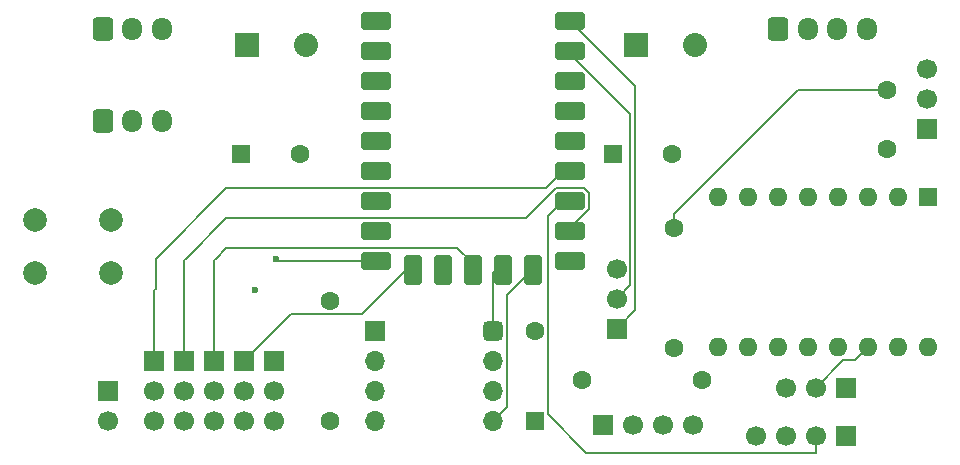
<source format=gbr>
%TF.GenerationSoftware,KiCad,Pcbnew,9.0.2-rc1*%
%TF.CreationDate,2025-05-07T10:44:18+01:00*%
%TF.ProjectId,Astro Droid BodyNeck,41737472-6f20-4447-926f-696420426f64,rev?*%
%TF.SameCoordinates,Original*%
%TF.FileFunction,Copper,L3,Inr*%
%TF.FilePolarity,Positive*%
%FSLAX46Y46*%
G04 Gerber Fmt 4.6, Leading zero omitted, Abs format (unit mm)*
G04 Created by KiCad (PCBNEW 9.0.2-rc1) date 2025-05-07 10:44:18*
%MOMM*%
%LPD*%
G01*
G04 APERTURE LIST*
G04 Aperture macros list*
%AMRoundRect*
0 Rectangle with rounded corners*
0 $1 Rounding radius*
0 $2 $3 $4 $5 $6 $7 $8 $9 X,Y pos of 4 corners*
0 Add a 4 corners polygon primitive as box body*
4,1,4,$2,$3,$4,$5,$6,$7,$8,$9,$2,$3,0*
0 Add four circle primitives for the rounded corners*
1,1,$1+$1,$2,$3*
1,1,$1+$1,$4,$5*
1,1,$1+$1,$6,$7*
1,1,$1+$1,$8,$9*
0 Add four rect primitives between the rounded corners*
20,1,$1+$1,$2,$3,$4,$5,0*
20,1,$1+$1,$4,$5,$6,$7,0*
20,1,$1+$1,$6,$7,$8,$9,0*
20,1,$1+$1,$8,$9,$2,$3,0*%
G04 Aperture macros list end*
%TA.AperFunction,ComponentPad*%
%ADD10C,1.600000*%
%TD*%
%TA.AperFunction,ComponentPad*%
%ADD11RoundRect,0.250000X-0.550000X-0.550000X0.550000X-0.550000X0.550000X0.550000X-0.550000X0.550000X0*%
%TD*%
%TA.AperFunction,ComponentPad*%
%ADD12R,1.700000X1.700000*%
%TD*%
%TA.AperFunction,ComponentPad*%
%ADD13C,1.700000*%
%TD*%
%TA.AperFunction,ComponentPad*%
%ADD14C,2.000000*%
%TD*%
%TA.AperFunction,ComponentPad*%
%ADD15RoundRect,0.400000X-0.900000X-0.400000X0.900000X-0.400000X0.900000X0.400000X-0.900000X0.400000X0*%
%TD*%
%TA.AperFunction,ComponentPad*%
%ADD16RoundRect,0.400050X-0.899950X-0.400050X0.899950X-0.400050X0.899950X0.400050X-0.899950X0.400050X0*%
%TD*%
%TA.AperFunction,ComponentPad*%
%ADD17RoundRect,0.400000X-0.400000X-0.900000X0.400000X-0.900000X0.400000X0.900000X-0.400000X0.900000X0*%
%TD*%
%TA.AperFunction,ComponentPad*%
%ADD18RoundRect,0.393700X-0.393700X-0.906300X0.393700X-0.906300X0.393700X0.906300X-0.393700X0.906300X0*%
%TD*%
%TA.AperFunction,ComponentPad*%
%ADD19RoundRect,0.250000X0.550000X-0.550000X0.550000X0.550000X-0.550000X0.550000X-0.550000X-0.550000X0*%
%TD*%
%TA.AperFunction,ComponentPad*%
%ADD20RoundRect,0.250000X-0.600000X-0.725000X0.600000X-0.725000X0.600000X0.725000X-0.600000X0.725000X0*%
%TD*%
%TA.AperFunction,ComponentPad*%
%ADD21O,1.700000X1.950000*%
%TD*%
%TA.AperFunction,ComponentPad*%
%ADD22O,1.700000X1.700000*%
%TD*%
%TA.AperFunction,ComponentPad*%
%ADD23RoundRect,0.425000X-0.425000X-0.425000X0.425000X-0.425000X0.425000X0.425000X-0.425000X0.425000X0*%
%TD*%
%TA.AperFunction,ComponentPad*%
%ADD24R,2.032000X2.032000*%
%TD*%
%TA.AperFunction,ComponentPad*%
%ADD25C,2.032000*%
%TD*%
%TA.AperFunction,ComponentPad*%
%ADD26R,1.600000X1.600000*%
%TD*%
%TA.AperFunction,ComponentPad*%
%ADD27O,1.600000X1.600000*%
%TD*%
%TA.AperFunction,ViaPad*%
%ADD28C,0.600000*%
%TD*%
%TA.AperFunction,Conductor*%
%ADD29C,0.200000*%
%TD*%
G04 APERTURE END LIST*
D10*
%TO.N,GNDA*%
%TO.C,C3*%
X68129349Y-69850000D03*
D11*
%TO.N,+6V*%
X63129349Y-69850000D03*
%TD*%
D12*
%TO.N,Net-(WS2812B-1-Out)*%
%TO.C,WS2812B-1*%
X93780000Y-92860000D03*
D13*
%TO.N,GND*%
X96320000Y-92860000D03*
%TO.N,Net-(WS2812B-1-In)*%
X98860000Y-92860000D03*
%TO.N,+5V*%
X101400000Y-92860000D03*
%TD*%
D12*
%TO.N,+3V3*%
%TO.C,J6*%
X114300000Y-93760000D03*
D13*
%TO.N,/step_sleep*%
X111760000Y-93760000D03*
%TO.N,GND*%
X109220000Y-93760000D03*
X106680000Y-93760000D03*
%TD*%
D12*
%TO.N,+3V3*%
%TO.C,J5*%
X114300000Y-89662000D03*
D13*
%TO.N,/step_sleep*%
X111760000Y-89662000D03*
%TO.N,GND*%
X109220000Y-89662000D03*
%TD*%
D10*
%TO.N,GND*%
%TO.C,C1*%
X117805200Y-69494400D03*
%TO.N,/hall_sensor*%
X117805200Y-64494400D03*
%TD*%
D14*
%TO.N,/sw*%
%TO.C,SW1*%
X45645000Y-75474000D03*
X52145000Y-75474000D03*
%TO.N,GND*%
X45645000Y-79974000D03*
X52145000Y-79974000D03*
%TD*%
D15*
%TO.N,/TX*%
%TO.C,RZ1*%
X90961000Y-58599000D03*
%TO.N,/RX*%
X90961000Y-61139000D03*
%TO.N,/step_step*%
X90961000Y-63679000D03*
X90961000Y-66219000D03*
%TO.N,/step_dir*%
X90961000Y-68759000D03*
D16*
%TO.N,/PWM2B*%
X90961000Y-71299000D03*
%TO.N,/step_sleep*%
X90961000Y-73839000D03*
%TO.N,/PWM3B*%
X90961000Y-76379000D03*
%TO.N,Net-(D2-A)*%
X90961000Y-78919000D03*
D17*
%TO.N,/BusServoSig*%
X87821000Y-79729000D03*
D18*
%TO.N,/WS2812B*%
X85281000Y-79729000D03*
%TO.N,/PWM5B*%
X82741000Y-79729000D03*
%TO.N,/hall_sensor*%
X80201000Y-79729000D03*
%TO.N,/PWM6B*%
X77661000Y-79729000D03*
D16*
%TO.N,/sw*%
X74521000Y-78919000D03*
%TO.N,/PWM7B*%
X74521000Y-76379000D03*
%TO.N,/step_m0*%
X74521000Y-73839000D03*
%TO.N,/step_m1*%
X74521000Y-71299000D03*
%TO.N,/step_m2*%
X74521000Y-68759000D03*
%TO.N,unconnected-(RZ1-GP29-Pad29)*%
X74521000Y-66219000D03*
%TO.N,+3V3*%
X74521000Y-63679000D03*
%TO.N,GND*%
X74521000Y-61139000D03*
%TO.N,+5V*%
X74521000Y-58599000D03*
%TD*%
D10*
%TO.N,+5V*%
%TO.C,R1*%
X70680000Y-82310000D03*
%TO.N,/BusServoSigH*%
X70680000Y-92470000D03*
%TD*%
D19*
%TO.N,/BusServoSig*%
%TO.C,D2*%
X88011000Y-92506800D03*
D10*
%TO.N,Net-(D2-A)*%
X88011000Y-84886800D03*
%TD*%
D13*
%TO.N,GNDA*%
%TO.C,SV5*%
X63398400Y-92456000D03*
%TO.N,+6V*%
X63398400Y-89916000D03*
D12*
%TO.N,/PWM6B*%
X63398400Y-87376000D03*
%TD*%
D10*
%TO.N,+3V3*%
%TO.C,R3*%
X99800000Y-86270000D03*
%TO.N,/hall_sensor*%
X99800000Y-76110000D03*
%TD*%
D12*
%TO.N,+5V*%
%TO.C,J4*%
X121158000Y-67767200D03*
D13*
%TO.N,GND*%
X121158000Y-65227200D03*
%TO.N,/hall_sensor*%
X121158000Y-62687200D03*
%TD*%
D20*
%TO.N,Net-(A1-B2)*%
%TO.C,J1*%
X108578000Y-59256000D03*
D21*
%TO.N,Net-(A1-B1)*%
X111078000Y-59256000D03*
%TO.N,Net-(A1-A1)*%
X113578000Y-59256000D03*
%TO.N,Net-(A1-A2)*%
X116078000Y-59256000D03*
%TD*%
D13*
%TO.N,GNDA*%
%TO.C,SV3*%
X60833000Y-92456000D03*
%TO.N,+6V*%
X60833000Y-89916000D03*
D12*
%TO.N,/PWM5B*%
X60833000Y-87376000D03*
%TD*%
D20*
%TO.N,GNDA*%
%TO.C,BS2*%
X51388000Y-67056000D03*
D21*
%TO.N,+6V*%
X53888000Y-67056000D03*
%TO.N,/BusServoSigH*%
X56388000Y-67056000D03*
%TD*%
D12*
%TO.N,/PWM3B*%
%TO.C,SV2*%
X58293000Y-87376000D03*
D13*
%TO.N,+6V*%
X58293000Y-89916000D03*
%TO.N,GNDA*%
X58293000Y-92456000D03*
%TD*%
%TO.N,GNDA*%
%TO.C,SV4*%
X65938400Y-92456000D03*
%TO.N,+6V*%
X65938400Y-89916000D03*
D12*
%TO.N,/PWM7B*%
X65938400Y-87376000D03*
%TD*%
D13*
%TO.N,GNDA*%
%TO.C,SV1*%
X55753000Y-92456000D03*
%TO.N,+6V*%
X55753000Y-89916000D03*
D12*
%TO.N,/PWM2B*%
X55753000Y-87376000D03*
%TD*%
D10*
%TO.N,/WS2812BH*%
%TO.C,R2*%
X91998800Y-89001600D03*
%TO.N,Net-(WS2812B-1-In)*%
X102158800Y-89001600D03*
%TD*%
D12*
%TO.N,/WS2812BH*%
%TO.C,U1*%
X74422000Y-84836000D03*
D22*
%TO.N,GND*%
X74422000Y-87376000D03*
%TO.N,+5V*%
X74422000Y-89916000D03*
%TO.N,/BusServoSigH*%
X74422000Y-92456000D03*
%TO.N,/BusServoSig*%
X84480400Y-92487200D03*
%TO.N,+3V3*%
X84480400Y-89947200D03*
%TO.N,GND*%
X84480400Y-87407200D03*
D23*
%TO.N,/WS2812B*%
X84480400Y-84867200D03*
%TD*%
D11*
%TO.N,+12V*%
%TO.C,C2*%
X94625349Y-69850000D03*
D10*
%TO.N,GNDA*%
X99625349Y-69850000D03*
%TD*%
D24*
%TO.N,+12V*%
%TO.C,P2*%
X96560640Y-60681220D03*
D25*
%TO.N,GNDA*%
X101559360Y-60681220D03*
%TD*%
D24*
%TO.N,+6V*%
%TO.C,P3*%
X63606680Y-60681220D03*
D25*
%TO.N,GNDA*%
X68605400Y-60681220D03*
%TD*%
D12*
%TO.N,/TX*%
%TO.C,J2*%
X94920000Y-84660000D03*
D13*
%TO.N,/RX*%
X94920000Y-82120000D03*
%TO.N,GND*%
X94920000Y-79580000D03*
%TD*%
D26*
%TO.N,GND*%
%TO.C,A1*%
X121259600Y-73558400D03*
D27*
%TO.N,unconnected-(A1-~{FLT}-Pad2)*%
X118719600Y-73558400D03*
%TO.N,Net-(A1-A2)*%
X116179600Y-73558400D03*
%TO.N,Net-(A1-A1)*%
X113639600Y-73558400D03*
%TO.N,Net-(A1-B1)*%
X111099600Y-73558400D03*
%TO.N,Net-(A1-B2)*%
X108559600Y-73558400D03*
%TO.N,GNDA*%
X106019600Y-73558400D03*
%TO.N,+12V*%
X103479600Y-73558400D03*
%TO.N,GND*%
X103479600Y-86258400D03*
%TO.N,/step_m0*%
X106019600Y-86258400D03*
%TO.N,/step_m1*%
X108559600Y-86258400D03*
%TO.N,/step_m2*%
X111099600Y-86258400D03*
%TO.N,+3V3*%
X113639600Y-86258400D03*
%TO.N,/step_sleep*%
X116179600Y-86258400D03*
%TO.N,/step_step*%
X118719600Y-86258400D03*
%TO.N,/step_dir*%
X121259600Y-86258400D03*
%TD*%
D20*
%TO.N,GNDA*%
%TO.C,BS1*%
X51388000Y-59256000D03*
D21*
%TO.N,+6V*%
X53888000Y-59256000D03*
%TO.N,/BusServoSigH*%
X56388000Y-59256000D03*
%TD*%
D12*
%TO.N,GND*%
%TO.C,J3*%
X51866800Y-89916000D03*
D13*
%TO.N,GNDA*%
X51866800Y-92456000D03*
%TD*%
D28*
%TO.N,/BusServoSigH*%
X64270000Y-81360000D03*
%TO.N,/sw*%
X66040000Y-78740000D03*
%TD*%
D29*
%TO.N,/TX*%
X90361000Y-58599000D02*
X90939000Y-58599000D01*
X90939000Y-58599000D02*
X96472000Y-64132000D01*
X96472000Y-83108000D02*
X94920000Y-84660000D01*
X96472000Y-64132000D02*
X96472000Y-83108000D01*
%TO.N,/RX*%
X90361000Y-61139000D02*
X90712364Y-61139000D01*
X90712364Y-61139000D02*
X96071000Y-66497636D01*
X96071000Y-80969000D02*
X94920000Y-82120000D01*
X96071000Y-66497636D02*
X96071000Y-80969000D01*
%TO.N,/sw*%
X75121000Y-78919000D02*
X66219000Y-78919000D01*
X66219000Y-78919000D02*
X66040000Y-78740000D01*
%TO.N,/PWM6B*%
X63398400Y-87376000D02*
X67363400Y-83411000D01*
X67363400Y-83411000D02*
X73379000Y-83411000D01*
X73379000Y-83411000D02*
X77661000Y-79129000D01*
%TO.N,/PWM5B*%
X60960000Y-78740000D02*
X61882100Y-77817900D01*
X61882100Y-77817900D02*
X81429900Y-77817900D01*
X81429900Y-77817900D02*
X82741000Y-79129000D01*
%TO.N,/PWM3B*%
X58420000Y-78740000D02*
X61882100Y-75277900D01*
X92562000Y-73148564D02*
X92562000Y-74529436D01*
X61882100Y-75277900D02*
X87230664Y-75277900D01*
X92562000Y-74529436D02*
X90712436Y-76379000D01*
X87230664Y-75277900D02*
X89770664Y-72737900D01*
X90712436Y-76379000D02*
X90361000Y-76379000D01*
X89770664Y-72737900D02*
X92151336Y-72737900D01*
X92151336Y-72737900D02*
X92562000Y-73148564D01*
%TO.N,/PWM5B*%
X60833000Y-87376000D02*
X60833000Y-78867000D01*
X60833000Y-78867000D02*
X60960000Y-78740000D01*
%TO.N,/PWM3B*%
X58293000Y-87376000D02*
X58293000Y-78867000D01*
X58293000Y-78867000D02*
X58420000Y-78740000D01*
%TO.N,/PWM2B*%
X55880000Y-78740000D02*
X55880000Y-81280000D01*
X55880000Y-81280000D02*
X55753000Y-81407000D01*
X55753000Y-81407000D02*
X55753000Y-87376000D01*
X90361000Y-71299000D02*
X88922100Y-72737900D01*
X61882100Y-72737900D02*
X55880000Y-78740000D01*
X88922100Y-72737900D02*
X61882100Y-72737900D01*
%TO.N,/hall_sensor*%
X117805200Y-64494400D02*
X110284230Y-64494400D01*
X110284230Y-64494400D02*
X99800000Y-74978630D01*
X99800000Y-74978630D02*
X99800000Y-76110000D01*
%TO.N,/WS2812B*%
X85281000Y-79129000D02*
X84480400Y-79929600D01*
X84480400Y-79929600D02*
X84480400Y-84867200D01*
%TO.N,/step_sleep*%
X89112000Y-91922000D02*
X92360000Y-95170000D01*
X89112000Y-75088000D02*
X89112000Y-91922000D01*
X90361000Y-73839000D02*
X89112000Y-75088000D01*
X92360000Y-95170000D02*
X111740000Y-95170000D01*
X111740000Y-95170000D02*
X111760000Y-95150000D01*
X111760000Y-95150000D02*
X111760000Y-93760000D01*
%TO.N,/BusServoSig*%
X87821000Y-79129000D02*
X87821000Y-79649880D01*
X87821000Y-79649880D02*
X85631400Y-81839480D01*
X85631400Y-81839480D02*
X85631400Y-91336200D01*
X85631400Y-91336200D02*
X84480400Y-92487200D01*
%TO.N,/step_sleep*%
X111760000Y-89662000D02*
X114062600Y-87359400D01*
X114062600Y-87359400D02*
X115078600Y-87359400D01*
X115078600Y-87359400D02*
X116179600Y-86258400D01*
%TD*%
M02*

</source>
